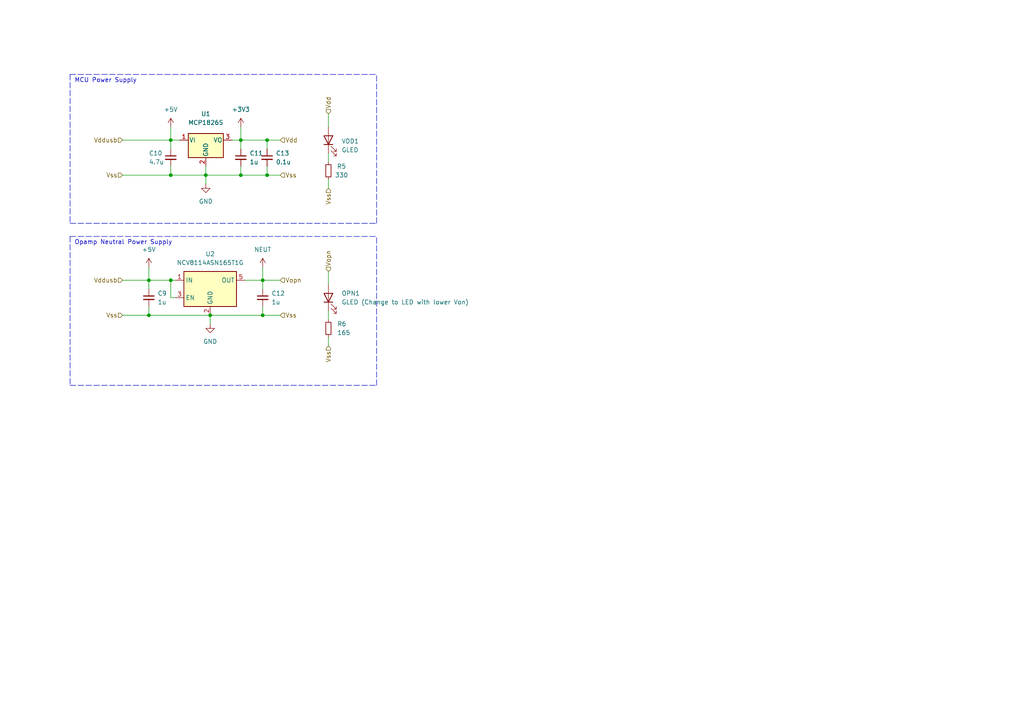
<source format=kicad_sch>
(kicad_sch (version 20211123) (generator eeschema)
  (paper "A4")
  (lib_symbols
    (symbol "Device:C_Small" (pin_numbers hide) (pin_names (offset 0.254) hide)
      (property "Reference" "C" (at 0.254 1.778 0))
      (property "Value" "C_Small" (at 0.254 -2.032 0))
      (symbol "C_Small_0_1"
        (polyline (pts (xy -1.524 -0.508) (xy 1.524 -0.508)) (stroke (width 0.3302)))
        (polyline (pts (xy -1.524 0.508) (xy 1.524 0.508)) (stroke (width 0.3048)))
      )
      (symbol "C_Small_1_1"
        (pin passive line (at 0 2.54 270) (length 2.032) (name "~") (number "1"))
        (pin passive line (at 0 -2.54 90) (length 2.032) (name "~") (number "2"))
      )
    )
    (symbol "Device:LED" (pin_numbers hide) (pin_names (offset 1.016) hide)
      (property "Reference" "D" (at 0 2.54 0))
      (property "Value" "LED" (at 0 -2.54 0))
      (symbol "LED_0_1"
        (polyline (pts (xy -1.27 -1.27) (xy -1.27 1.27)) (stroke (width 0.254)))
        (polyline (pts (xy -1.27 0) (xy 1.27 0)))
        (polyline (pts (xy 1.27 -1.27) (xy 1.27 1.27) (xy -1.27 0) (xy 1.27 -1.27)) (stroke (width 0.254)))
        (polyline (pts (xy -3.048 -0.762) (xy -4.572 -2.286) (xy -3.81 -2.286) (xy -4.572 -2.286) (xy -4.572 -1.524)))
        (polyline (pts (xy -1.778 -0.762) (xy -3.302 -2.286) (xy -2.54 -2.286) (xy -3.302 -2.286) (xy -3.302 -1.524)))
      )
      (symbol "LED_1_1"
        (pin passive line (at -3.81 0 0) (length 2.54) (name "K") (number "1"))
        (pin passive line (at 3.81 0 180) (length 2.54) (name "A") (number "2"))
      )
    )
    (symbol "Device:R_Small" (pin_numbers hide) (pin_names (offset 0.254) hide)
      (property "Reference" "R" (at 0.762 0.508 0))
      (property "Value" "R_Small" (at 0.762 -1.016 0))
      (symbol "R_Small_0_1"
        (rectangle (start -0.762 1.778) (end 0.762 -1.778) (stroke (width 0.2032)))
      )
      (symbol "R_Small_1_1"
        (pin passive line (at 0 2.54 270) (length 0.762) (name "~") (number "1"))
        (pin passive line (at 0 -2.54 90) (length 0.762) (name "~") (number "2"))
      )
    )
    (symbol "Regulator_Linear:MCP1826S" (pin_names (offset 0.254))
      (property "Reference" "U" (at -3.81 3.175 0))
      (property "Value" "MCP1826S" (at 0 3.175 0))
      (symbol "MCP1826S_0_1"
        (rectangle (start -5.08 1.905) (end 5.08 -5.08) (stroke (width 0.254)) (fill (type background)))
      )
      (symbol "MCP1826S_1_1"
        (pin power_in line (at -7.62 0 0) (length 2.54) (name "VI") (number "1"))
        (pin power_in line (at 0 -7.62 90) (length 2.54) (name "GND") (number "2"))
        (pin power_out line (at 7.62 0 180) (length 2.54) (name "VO") (number "3"))
      )
    )
    (symbol "Regulator_Linear:NCV8114ASN165T1G"
      (property "Reference" "U" (at 0 8.89 0))
      (property "Value" "NCV8114ASN165T1G" (at 0 6.35 0))
      (symbol "NCV8114ASN165T1G_0_1"
        (rectangle (start -7.62 5.08) (end 7.62 -5.08) (stroke (width 0.254)) (fill (type background)))
      )
      (symbol "NCV8114ASN165T1G_1_1"
        (pin power_in line (at -10.16 2.54 0) (length 2.54) (name "IN") (number "1"))
        (pin power_in line (at 0 -7.62 90) (length 2.54) (name "GND") (number "2"))
        (pin input line (at -10.16 -2.54 0) (length 2.54) (name "EN") (number "3"))
        (pin no_connect line (at 7.62 -2.54 180) (length 2.54) hide (name "NC") (number "4"))
        (pin power_out line (at 10.16 2.54 180) (length 2.54) (name "OUT") (number "5"))
      )
    )
    (symbol "power:+3.3V" (power) (pin_names (offset 0))
      (property "Value" "+3.3V" (at 0 3.556 0))
      (symbol "+3.3V_0_1"
        (polyline (pts (xy -0.762 1.27) (xy 0 2.54)))
        (polyline (pts (xy 0 0) (xy 0 2.54)))
        (polyline (pts (xy 0 2.54) (xy 0.762 1.27)))
      )
      (symbol "+3.3V_1_1"
        (pin power_in line (at 0 0 90) (length 0) hide (name "+3V3") (number "1"))
      )
    )
    (symbol "power:+5V" (power) (pin_names (offset 0))
      (property "Value" "+5V" (at 0 3.556 0))
      (symbol "+5V_0_1"
        (polyline (pts (xy -0.762 1.27) (xy 0 2.54)))
        (polyline (pts (xy 0 0) (xy 0 2.54)))
        (polyline (pts (xy 0 2.54) (xy 0.762 1.27)))
      )
      (symbol "+5V_1_1"
        (pin power_in line (at 0 0 90) (length 0) hide (name "+5V") (number "1"))
      )
    )
    (symbol "power:GND" (power) (pin_names (offset 0))
      (property "Value" "GND" (at 0 -3.81 0))
      (symbol "GND_0_1"
        (polyline (pts (xy 0 0) (xy 0 -1.27) (xy 1.27 -1.27) (xy 0 -2.54) (xy -1.27 -1.27) (xy 0 -1.27)))
      )
      (symbol "GND_1_1"
        (pin power_in line (at 0 0 270) (length 0) hide (name "GND") (number "1"))
      )
    )
    (symbol "power:NEUT" (power) (pin_names (offset 0))
      (property "Value" "NEUT" (at 0 3.81 0))
      (symbol "NEUT_0_1"
        (polyline (pts (xy -0.762 1.27) (xy 0 2.54)))
        (polyline (pts (xy 0 0) (xy 0 2.54)))
        (polyline (pts (xy 0 2.54) (xy 0.762 1.27)))
      )
      (symbol "NEUT_1_1"
        (pin power_in line (at 0 0 90) (length 0) hide (name "NEUT") (number "1"))
      )
    )
  )
  (junction (at 59.69 50.8))
  (junction (at 69.85 40.64))
  (junction (at 77.47 40.64))
  (junction (at 43.18 91.44))
  (junction (at 43.18 81.28))
  (junction (at 76.2 91.44))
  (junction (at 49.53 50.8))
  (junction (at 49.53 40.64))
  (junction (at 69.85 50.8))
  (junction (at 77.47 50.8))
  (junction (at 76.2 81.28))
  (junction (at 49.53 81.28))
  (junction (at 60.96 91.44))
  (wire (pts (xy 95.25 97.79) (xy 95.25 100.33)))
  (wire (pts (xy 35.56 81.28) (xy 43.18 81.28)))
  (wire (pts (xy 59.69 50.8) (xy 69.85 50.8)))
  (wire (pts (xy 95.25 90.17) (xy 95.25 92.71)))
  (wire (pts (xy 76.2 91.44) (xy 81.28 91.44)))
  (wire (pts (xy 95.25 44.45) (xy 95.25 46.99)))
  (wire (pts (xy 69.85 50.8) (xy 77.47 50.8)))
  (wire (pts (xy 69.85 48.26) (xy 69.85 50.8)))
  (polyline (pts (xy 20.32 21.59) (xy 20.32 64.77)))
  (wire (pts (xy 49.53 81.28) (xy 50.8 81.28)))
  (wire (pts (xy 76.2 88.9) (xy 76.2 91.44)))
  (wire (pts (xy 95.25 33.02) (xy 95.25 36.83)))
  (wire (pts (xy 76.2 81.28) (xy 71.12 81.28)))
  (polyline (pts (xy 20.32 64.77) (xy 109.22 64.77)))
  (wire (pts (xy 76.2 83.82) (xy 76.2 81.28)))
  (polyline (pts (xy 20.32 68.58) (xy 20.32 111.76)))
  (polyline (pts (xy 109.22 64.77) (xy 109.22 21.59)))
  (wire (pts (xy 59.69 50.8) (xy 59.69 53.34)))
  (wire (pts (xy 77.47 48.26) (xy 77.47 50.8)))
  (wire (pts (xy 69.85 40.64) (xy 69.85 43.18)))
  (wire (pts (xy 69.85 40.64) (xy 77.47 40.64)))
  (wire (pts (xy 77.47 50.8) (xy 81.28 50.8)))
  (wire (pts (xy 49.53 86.36) (xy 50.8 86.36)))
  (polyline (pts (xy 109.22 111.76) (xy 109.22 68.58)))
  (wire (pts (xy 76.2 81.28) (xy 81.28 81.28)))
  (wire (pts (xy 35.56 50.8) (xy 49.53 50.8)))
  (wire (pts (xy 95.25 52.07) (xy 95.25 54.61)))
  (polyline (pts (xy 20.32 111.76) (xy 109.22 111.76)))
  (wire (pts (xy 60.96 91.44) (xy 76.2 91.44)))
  (wire (pts (xy 69.85 36.83) (xy 69.85 40.64)))
  (wire (pts (xy 60.96 91.44) (xy 60.96 93.98)))
  (wire (pts (xy 76.2 77.47) (xy 76.2 81.28)))
  (wire (pts (xy 77.47 40.64) (xy 81.28 40.64)))
  (wire (pts (xy 95.25 78.74) (xy 95.25 82.55)))
  (wire (pts (xy 43.18 81.28) (xy 49.53 81.28)))
  (wire (pts (xy 43.18 77.47) (xy 43.18 81.28)))
  (wire (pts (xy 49.53 40.64) (xy 49.53 43.18)))
  (wire (pts (xy 49.53 36.83) (xy 49.53 40.64)))
  (wire (pts (xy 43.18 88.9) (xy 43.18 91.44)))
  (wire (pts (xy 35.56 40.64) (xy 49.53 40.64)))
  (wire (pts (xy 43.18 91.44) (xy 60.96 91.44)))
  (wire (pts (xy 49.53 48.26) (xy 49.53 50.8)))
  (polyline (pts (xy 20.32 68.58) (xy 109.22 68.58)))
  (wire (pts (xy 49.53 40.64) (xy 52.07 40.64)))
  (wire (pts (xy 59.69 48.26) (xy 59.69 50.8)))
  (wire (pts (xy 49.53 50.8) (xy 59.69 50.8)))
  (wire (pts (xy 43.18 81.28) (xy 43.18 83.82)))
  (wire (pts (xy 69.85 40.64) (xy 67.31 40.64)))
  (wire (pts (xy 35.56 91.44) (xy 43.18 91.44)))
  (polyline (pts (xy 20.32 21.59) (xy 109.22 21.59)))
  (wire (pts (xy 77.47 40.64) (xy 77.47 43.18)))
  (wire (pts (xy 49.53 81.28) (xy 49.53 86.36)))
  (text "Opamp Neutral Power Supply\n" (at 21.59 71.12 0) (effects (font (size 1.27 1.27)) (justify left bottom)))
  (text "MCU Power Supply\n" (at 21.59 24.13 0) (effects (font (size 1.27 1.27)) (justify left bottom)))
  (hierarchical_label "Vddusb" (shape input) (at 35.56 81.28 180))
  (hierarchical_label "Vopn" (shape input) (at 81.28 81.28 0))
  (hierarchical_label "Vss" (shape input) (at 81.28 91.44 0))
  (hierarchical_label "Vdd" (shape input) (at 95.25 33.02 90))
  (hierarchical_label "Vopn" (shape input) (at 95.25 78.74 90))
  (hierarchical_label "Vss" (shape input) (at 35.56 50.8 180))
  (hierarchical_label "Vddusb" (shape input) (at 35.56 40.64 180))
  (hierarchical_label "Vss" (shape input) (at 81.28 50.8 0))
  (hierarchical_label "Vss" (shape input) (at 35.56 91.44 180))
  (hierarchical_label "Vss" (shape input) (at 95.25 54.61 270))
  (hierarchical_label "Vdd" (shape input) (at 81.28 40.64 0))
  (hierarchical_label "Vss" (shape input) (at 95.25 100.33 270))
  (symbol (lib_id "Device:LED") (at 95.25 40.64 90) (unit 1)
    (property "Reference" "VDD1" (at 99.06 40.9574 90) (effects (justify right)))
    (property "Value" "GLED" (at 99.06 43.4974 90) (effects (justify right)))
    (property "Footprint" "LED_SMD:LED_0603_1608Metric" (effects hide))
    (property "Datasheet" "https://eu.mouser.com/datasheet/2/445/150060VS75003-2907308.pdf" (effects hide))
    (property "Ref" "150060VS75003" (effects hide))
  )
  (symbol (lib_id "Regulator_Linear:NCV8114ASN165T1G") (at 60.96 83.82 0) (unit 1)
    (property "Reference" "U2" (at 60.96 73.66 0))
    (property "Value" "NCV8114ASN165T1G" (at 60.96 76.2 0))
    (property "Footprint" "Package_TO_SOT_SMD:TSOT-23-5_HandSoldering" (effects hide))
    (property "Datasheet" "https://eu.mouser.com/datasheet/2/308/1/NCV8114_D-2317361.pdf" (effects hide))
    (property "Ref" "NCV8114ASN165T1G" (effects hide))
  )
  (symbol (lib_id "Device:R_Small") (at 95.25 95.25 0) (unit 1)
    (property "Reference" "R6" (at 97.79 93.9799 0) (effects (justify left)))
    (property "Value" "165" (at 97.79 96.5199 0) (effects (justify left)))
    (property "Footprint" "Resistor_SMD:R_0805_2012Metric" (effects hide))
    (property "Datasheet" "https://eu.mouser.com/datasheet/2/447/PYu_RC_Group_51_RoHS_L_11-1984063.pdf" (effects hide))
    (property "Ref" "RC0805FR-07165RL" (effects hide))
  )
  (symbol (lib_id "power:+5V") (at 49.53 36.83 0) (unit 1)
    (property "Reference" "#PWR07" (effects hide))
    (property "Value" "+5V" (at 49.53 31.75 0))
  )
  (symbol (lib_id "Regulator_Linear:MCP1826S") (at 59.69 40.64 0) (unit 1)
    (property "Reference" "U1" (at 59.69 33.02 0))
    (property "Value" "MCP1826S" (at 59.69 35.56 0))
    (property "Footprint" "Package_TO_SOT_SMD:SOT-223-3_TabPin2" (effects hide))
    (property "Datasheet" "http://ww1.microchip.com/downloads/en/DeviceDoc/22057B.pdf" (effects hide))
    (property "Ref" "MCP1826ST-3302E/DB" (effects hide))
  )
  (symbol (lib_id "Device:C_Small") (at 43.18 86.36 0) (unit 1)
    (property "Reference" "C9" (at 45.72 85.0962 0) (effects (justify left)))
    (property "Value" "1u" (at 45.72 87.6362 0) (effects (justify left)))
    (property "Footprint" "Capacitor_SMD:C_0603_1608Metric_Pad1.08x0.95mm_HandSolder" (effects hide))
    (property "Datasheet" "https://nl.mouser.com/datasheet/2/447/yago_s_a0011397150_1-2286655.pdf" (effects hide))
    (property "Ref" "EMK107B7105KA-T" (effects hide))
  )
  (symbol (lib_id "power:GND") (at 60.96 93.98 0) (unit 1)
    (property "Reference" "#PWR09" (effects hide))
    (property "Value" "GND" (at 60.96 99.06 0))
  )
  (symbol (lib_id "Device:C_Small") (at 49.53 45.72 0) (unit 1)
    (property "Reference" "C10" (at 43.18 44.45 0) (effects (justify left)))
    (property "Value" "4.7u" (at 43.18 46.99 0) (effects (justify left)))
    (property "Footprint" "Capacitor_SMD:C_0805_2012Metric_Pad1.18x1.45mm_HandSolder" (effects hide))
    (property "Datasheet" "https://nl.mouser.com/datasheet/2/447/UPY_GPHC_Y5V_6_3V_to_50V_9-1827116.pdf" (effects hide))
    (property "Ref" "CL21A475KPFNNNE" (effects hide))
  )
  (symbol (lib_id "Device:LED") (at 95.25 86.36 90) (unit 1)
    (property "Reference" "OPN1" (at 99.06 85.09 90) (effects (justify right)))
    (property "Value" "GLED (Change to LED with lower Von)" (at 99.06 87.63 90) (effects (justify right)))
    (property "Footprint" "LED_SMD:LED_0603_1608Metric" (effects hide))
    (property "Datasheet" "https://eu.mouser.com/datasheet/2/445/150060VS75003-2907308.pdf" (effects hide))
    (property "Ref" "150060VS75003" (effects hide))
  )
  (symbol (lib_id "power:NEUT") (at 76.2 77.47 0) (unit 1)
    (property "Reference" "#PWR011" (effects hide))
    (property "Value" "NEUT" (at 76.2 72.39 0))
  )
  (symbol (lib_id "Device:C_Small") (at 77.47 45.72 0) (unit 1)
    (property "Reference" "C13" (at 80.01 44.45 0) (effects (justify left)))
    (property "Value" "0.1u" (at 80.01 46.99 0) (effects (justify left)))
    (property "Footprint" "Capacitor_SMD:C_0603_1608Metric_Pad1.08x0.95mm_HandSolder" (effects hide))
    (property "Datasheet" "https://nl.mouser.com/datasheet/2/447/UPY_GPHC_X7R_6_3V_to_50V_18-1827110.pdf" (effects hide))
    (property "Ref" "CC0603KRX7R9BB104" (effects hide))
  )
  (symbol (lib_id "Device:C_Small") (at 69.85 45.72 0) (unit 1)
    (property "Reference" "C11" (at 72.39 44.4562 0) (effects (justify left)))
    (property "Value" "1u" (at 72.39 46.9962 0) (effects (justify left)))
    (property "Footprint" "Capacitor_SMD:C_0603_1608Metric_Pad1.08x0.95mm_HandSolder" (effects hide))
    (property "Datasheet" "https://nl.mouser.com/datasheet/2/447/yago_s_a0011397150_1-2286655.pdf" (effects hide))
    (property "Ref" "EMK107B7105KA-T" (effects hide))
  )
  (symbol (lib_id "power:+3.3V") (at 69.85 36.83 0) (mirror y) (unit 1)
    (property "Reference" "#PWR010" (effects hide))
    (property "Value" "+3.3V" (at 69.85 31.75 0))
  )
  (symbol (lib_id "power:+5V") (at 43.18 77.47 0) (unit 1)
    (property "Reference" "#PWR06" (effects hide))
    (property "Value" "+5V" (at 43.18 72.39 0))
  )
  (symbol (lib_id "Device:R_Small") (at 95.25 49.53 0) (unit 1)
    (property "Reference" "R5" (at 99.06 48.26 0))
    (property "Value" "330" (at 99.06 50.8 0))
    (property "Footprint" "Resistor_SMD:R_0805_2012Metric" (effects hide))
    (property "Datasheet" "https://eu.mouser.com/datasheet/2/447/PYu_RE_105_RoHS_L_6-3003059.pdf" (effects hide))
    (property "Ref" "RE0805FRE07330RL" (effects hide))
  )
  (symbol (lib_id "Device:C_Small") (at 76.2 86.36 0) (unit 1)
    (property "Reference" "C12" (at 78.74 85.0962 0) (effects (justify left)))
    (property "Value" "1u" (at 78.74 87.6362 0) (effects (justify left)))
    (property "Footprint" "Capacitor_SMD:C_0603_1608Metric_Pad1.08x0.95mm_HandSolder" (effects hide))
    (property "Datasheet" "https://nl.mouser.com/datasheet/2/447/yago_s_a0011397150_1-2286655.pdf" (effects hide))
    (property "Ref" "EMK107B7105KA-T" (effects hide))
  )
  (symbol (lib_id "power:GND") (at 59.69 53.34 0) (unit 1)
    (property "Reference" "#PWR08" (effects hide))
    (property "Value" "GND" (at 59.69 58.42 0))
  )
)
</source>
